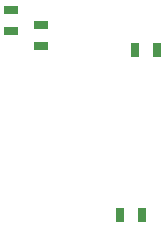
<source format=gtp>
G75*
G70*
%OFA0B0*%
%FSLAX24Y24*%
%IPPOS*%
%LPD*%
%AMOC8*
5,1,8,0,0,1.08239X$1,22.5*
%
%ADD10R,0.0472X0.0315*%
%ADD11R,0.0315X0.0472*%
D10*
X015833Y015646D03*
X015833Y016354D03*
X014833Y016146D03*
X014833Y016854D03*
D11*
X018479Y010000D03*
X019188Y010000D03*
X018979Y015500D03*
X019688Y015500D03*
M02*

</source>
